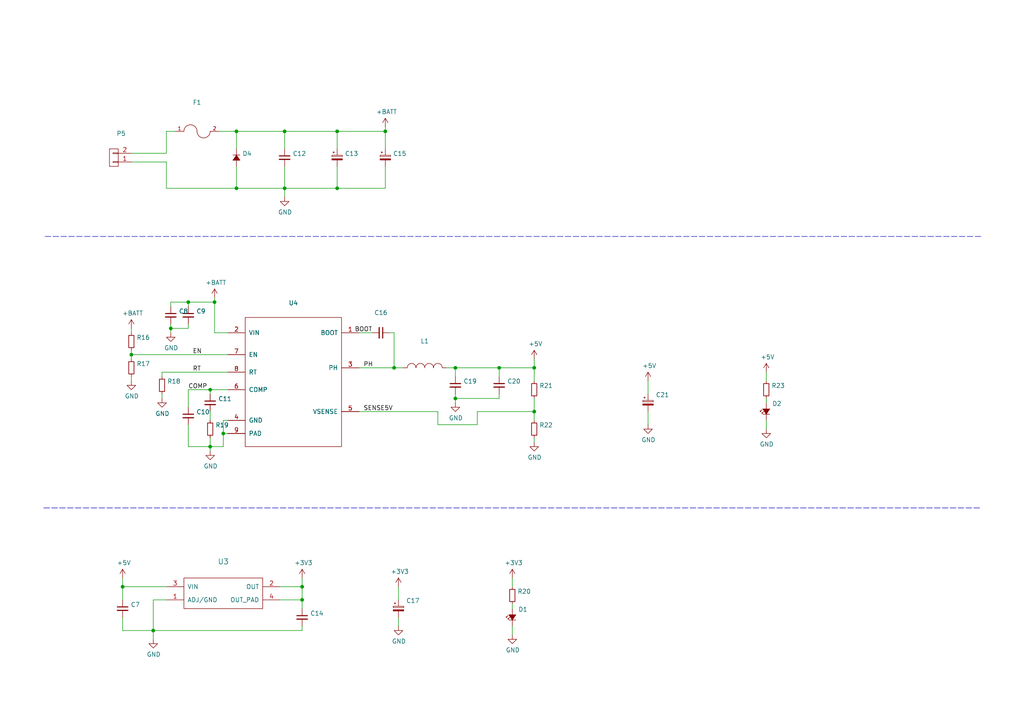
<source format=kicad_sch>
(kicad_sch (version 20211123) (generator eeschema)
  (paper "A4")
  (title_block (title "ECU") (date "2019-12-29") (rev "0.0.1") (company "wuehr1999"))
  (lib_symbols
    (symbol "L_power:74437346100" (pin_numbers hide) (pin_names (offset 0) hide)
      (property "Reference" "L" (at 0 2.54 0))
      (property "Value" "74437346100" (at 0 -1.27 0))
      (property "Footprint" "L_power:WE-LHMI70xx" (at -2.54 0 0))
      (symbol "74437346100_0_1"
        (arc (start -2.54 0) (mid -3.81 1.27) (end -5.08 0))
        (arc (start 0 0) (mid -1.27 1.27) (end -2.54 0))
        (arc (start 2.54 0) (mid 1.27 1.27) (end 0 0))
        (arc (start 5.08 0) (mid 3.81 1.27) (end 2.54 0))
      )
      (symbol "74437346100_1_1"
        (pin input line (at -6.35 0 0) (length 1.27) (name "1") (number "1"))
        (pin input line (at 6.35 0 180) (length 1.27) (name "2") (number "2"))
      )
    )
    (symbol "devices:CP_Small" (pin_numbers hide) (pin_names (offset 0.254) hide)
      (property "Reference" "C" (at 0.254 1.778 0))
      (property "Value" "CP_Small" (at 0.254 -2.032 0))
      (symbol "CP_Small_0_1"
        (rectangle (start -1.524 -0.3048) (end 1.524 -0.6858) (fill (type outline)))
        (rectangle (start -1.524 0.6858) (end 1.524 0.3048))
        (polyline (pts (xy -1.27 1.524) (xy -0.762 1.524)))
        (polyline (pts (xy -1.016 1.27) (xy -1.016 1.778)))
      )
      (symbol "CP_Small_1_1"
        (pin passive line (at 0 2.54 270) (length 1.8542) (name "~") (number "1"))
        (pin passive line (at 0 -2.54 90) (length 1.8542) (name "~") (number "2"))
      )
    )
    (symbol "devices:C_0603" (pin_numbers hide) (pin_names (offset 0.254) hide)
      (property "Reference" "C" (at 0.254 1.778 0))
      (property "Value" "C_0603" (at 0.254 -2.032 0))
      (symbol "C_0603_0_1"
        (polyline (pts (xy -1.524 -0.508) (xy 1.524 -0.508)) (stroke (width 0.3302)))
        (polyline (pts (xy -1.524 0.508) (xy 1.524 0.508)) (stroke (width 0.3048)))
      )
      (symbol "C_0603_1_1"
        (pin passive line (at 0 2.54 270) (length 1.905) (name "~") (number "1"))
        (pin passive line (at 0 -2.54 90) (length 2.032) (name "~") (number "2"))
      )
    )
    (symbol "devices:C_1206" (pin_numbers hide) (pin_names (offset 0.254) hide)
      (property "Reference" "C" (at 0.254 1.778 0))
      (property "Value" "C_1206" (at 0.254 -2.032 0))
      (symbol "C_1206_0_1"
        (polyline (pts (xy -1.524 -0.508) (xy 1.524 -0.508)) (stroke (width 0.3302)))
        (polyline (pts (xy -1.524 0.508) (xy 1.524 0.508)) (stroke (width 0.3048)))
      )
      (symbol "C_1206_1_1"
        (pin passive line (at 0 2.54 270) (length 1.905) (name "~") (number "1"))
        (pin passive line (at 0 -2.54 90) (length 2.032) (name "~") (number "2"))
      )
    )
    (symbol "devices:D_Small" (pin_numbers hide) (pin_names (offset 0.254) hide)
      (property "Reference" "D" (at -1.27 2.032 0))
      (property "Value" "D_Small" (at -3.81 -2.032 0))
      (symbol "D_Small_0_1"
        (polyline (pts (xy -0.762 -1.016) (xy -0.762 1.016)))
        (polyline (pts (xy 0.762 -1.016) (xy -0.762 0) (xy 0.762 1.016) (xy 0.762 -1.016)) (fill (type outline)))
      )
      (symbol "D_Small_1_1"
        (pin passive line (at -2.54 0 0) (length 1.778) (name "K") (number "1"))
        (pin passive line (at 2.54 0 180) (length 1.778) (name "A") (number "2"))
      )
    )
    (symbol "devices:FUSE" (pin_names (offset 0.254))
      (property "Reference" "F" (at 2.54 1.27 0))
      (property "Value" "FUSE" (at -2.54 -1.27 0))
      (symbol "FUSE_0_1"
        (arc (start 0 0) (mid -1.905 1.905) (end -3.81 0))
        (arc (start 0 0) (mid 1.905 -1.905) (end 3.81 0))
      )
      (symbol "FUSE_1_1"
        (pin input line (at -6.35 0 0) (length 2.54) (name "~") (number "1"))
        (pin input line (at 6.35 0 180) (length 2.54) (name "~") (number "2"))
      )
    )
    (symbol "devices:Led_Small" (pin_numbers hide) (pin_names (offset 0.254) hide)
      (property "Reference" "D" (at -1.27 3.175 0))
      (property "Value" "Led_Small" (at -4.445 -2.54 0))
      (symbol "Led_Small_0_1"
        (polyline (pts (xy -0.762 -1.016) (xy -0.762 1.016)))
        (polyline (pts (xy 0.762 -1.016) (xy -0.762 0) (xy 0.762 1.016) (xy 0.762 -1.016)) (fill (type outline)))
        (polyline (pts (xy 0 0.762) (xy -0.508 1.27) (xy -0.254 1.27) (xy -0.508 1.27) (xy -0.508 1.016)))
        (polyline (pts (xy 0.508 1.27) (xy 0 1.778) (xy 0.254 1.778) (xy 0 1.778) (xy 0 1.524)))
      )
      (symbol "Led_Small_1_1"
        (pin passive line (at -2.54 0 0) (length 1.778) (name "K") (number "1"))
        (pin passive line (at 2.54 0 180) (length 1.778) (name "A") (number "2"))
      )
    )
    (symbol "devices:R_0603" (pin_numbers hide) (pin_names (offset 0.254) hide)
      (property "Reference" "R" (at 0.762 0.508 0))
      (property "Value" "R_0603" (at 0.762 -1.016 0))
      (symbol "R_0603_0_1"
        (rectangle (start -0.762 1.778) (end 0.762 -1.778) (stroke (width 0.2032)))
      )
      (symbol "R_0603_1_1"
        (pin passive line (at 0 2.54 270) (length 0.762) (name "~") (number "1"))
        (pin passive line (at 0 -2.54 90) (length 0.762) (name "~") (number "2"))
      )
    )
    (symbol "mechanical-connectors:WR-TBL_691313710002" (pin_names (offset 1.016) hide)
      (property "Reference" "P" (at 0 3.81 0))
      (property "Value" "WR-TBL_691313710002" (at 2.54 0 90))
      (symbol "WR-TBL_691313710002_0_1"
        (rectangle (start -1.27 -1.143) (end 0.254 -1.397))
        (rectangle (start -1.27 1.397) (end 0.254 1.143))
        (rectangle (start -1.27 2.54) (end 1.27 -2.54))
      )
      (symbol "WR-TBL_691313710002_1_1"
        (pin passive line (at -5.08 1.27 0) (length 3.81) (name "P1") (number "1"))
        (pin passive line (at -5.08 -1.27 0) (length 3.81) (name "P2") (number "2"))
      )
    )
    (symbol "power-supply:+3V3" (power) (pin_names (offset 0))
      (property "Value" "+3V3" (at 0 3.556 0))
      (symbol "+3V3_0_1"
        (polyline (pts (xy -0.762 1.27) (xy 0 2.54)))
        (polyline (pts (xy 0 0) (xy 0 2.54)))
        (polyline (pts (xy 0 2.54) (xy 0.762 1.27)))
      )
      (symbol "+3V3_1_1"
        (pin power_in line (at 0 0 90) (length 0) hide (name "+3V3") (number "1"))
      )
    )
    (symbol "power-supply:+5V" (power) (pin_names (offset 0))
      (property "Value" "+5V" (at 0 3.556 0))
      (symbol "+5V_0_1"
        (polyline (pts (xy -0.762 1.27) (xy 0 2.54)))
        (polyline (pts (xy 0 0) (xy 0 2.54)))
        (polyline (pts (xy 0 2.54) (xy 0.762 1.27)))
      )
      (symbol "+5V_1_1"
        (pin power_in line (at 0 0 90) (length 0) hide (name "+5V") (number "1"))
      )
    )
    (symbol "power-supply:+BATT" (power) (pin_names (offset 0))
      (property "Value" "+BATT" (at 0 3.556 0))
      (symbol "+BATT_0_1"
        (polyline (pts (xy -0.762 1.27) (xy 0 2.54)))
        (polyline (pts (xy 0 0) (xy 0 2.54)))
        (polyline (pts (xy 0 2.54) (xy 0.762 1.27)))
      )
      (symbol "+BATT_1_1"
        (pin power_in line (at 0 0 90) (length 0) hide (name "+BATT") (number "1"))
      )
    )
    (symbol "power-supply:GND" (power) (pin_names (offset 0))
      (property "Value" "GND" (at 0 -3.81 0))
      (symbol "GND_0_1"
        (polyline (pts (xy 0 0) (xy 0 -1.27) (xy 1.27 -1.27) (xy 0 -2.54) (xy -1.27 -1.27) (xy 0 -1.27)))
      )
      (symbol "GND_1_1"
        (pin power_in line (at 0 0 270) (length 0) hide (name "GND") (number "1"))
      )
    )
    (symbol "voltage-regulators:LT1117" (pin_names (offset 1.016))
      (property "Reference" "U" (at -10.16 6.35 0))
      (property "Value" "LT1117" (at -7.62 -5.08 0))
      (symbol "LT1117_0_1"
        (rectangle (start -11.43 5.08) (end 11.43 -3.81))
      )
      (symbol "LT1117_1_1"
        (pin input line (at -16.51 -1.27 0) (length 5.08) (name "ADJ/GND") (number "1"))
        (pin input line (at 16.51 2.54 180) (length 5.08) (name "OUT") (number "2"))
        (pin input line (at -16.51 2.54 0) (length 5.08) (name "VIN") (number "3"))
        (pin input line (at 16.51 -1.27 180) (length 5.08) (name "OUT_PAD") (number "4"))
      )
    )
    (symbol "voltage-regulators:TPS54335A" (pin_names (offset 1.016))
      (property "Reference" "U" (at -12.7 18.415 0))
      (property "Value" "TPS54335A" (at -8.89 -22.225 0))
      (symbol "TPS54335A_0_1"
        (rectangle (start -13.97 17.145) (end 13.97 -20.32))
      )
      (symbol "TPS54335A_1_1"
        (pin input line (at 19.05 12.7 180) (length 5.08) (name "BOOT") (number "1"))
        (pin input line (at -19.05 12.7 0) (length 5.08) (name "VIN") (number "2"))
        (pin input line (at 19.05 2.54 180) (length 5.08) (name "PH") (number "3"))
        (pin input line (at -19.05 -12.7 0) (length 5.08) (name "GND") (number "4"))
        (pin input line (at 19.05 -10.16 180) (length 5.08) (name "VSENSE") (number "5"))
        (pin input line (at -19.05 -3.81 0) (length 5.08) (name "COMP") (number "6"))
        (pin input line (at -19.05 6.35 0) (length 5.08) (name "EN") (number "7"))
        (pin input line (at -19.05 1.27 0) (length 5.08) (name "RT") (number "8"))
        (pin input line (at -19.05 -16.51 0) (length 5.08) (name "PAD") (number "9"))
      )
    )
  )
  (junction (at 68.58 38.1))
  (junction (at 82.55 54.61))
  (junction (at 60.96 113.03))
  (junction (at 97.79 38.1))
  (junction (at 60.96 129.54))
  (junction (at 111.76 38.1))
  (junction (at 64.77 125.73))
  (junction (at 97.79 54.61))
  (junction (at 154.94 106.68))
  (junction (at 114.3 106.68))
  (junction (at 62.23 87.63))
  (junction (at 44.45 182.88))
  (junction (at 132.08 115.57))
  (junction (at 82.55 38.1))
  (junction (at 132.08 106.68))
  (junction (at 87.63 173.99))
  (junction (at 49.53 95.25))
  (junction (at 38.1 102.87))
  (junction (at 154.94 119.38))
  (junction (at 35.56 170.18))
  (junction (at 87.63 170.18))
  (junction (at 144.78 106.68))
  (junction (at 68.58 54.61))
  (junction (at 54.61 87.63))
  (wire (pts (xy 38.1 46.99) (xy 48.26 46.99)))
  (wire (pts (xy 111.76 38.1) (xy 111.76 43.18)))
  (wire (pts (xy 48.26 46.99) (xy 48.26 54.61)))
  (wire (pts (xy 44.45 173.99) (xy 44.45 182.88)))
  (wire (pts (xy 49.53 93.98) (xy 49.53 95.25)))
  (wire (pts (xy 87.63 176.53) (xy 87.63 173.99)))
  (wire (pts (xy 68.58 43.18) (xy 68.58 38.1)))
  (wire (pts (xy 87.63 182.88) (xy 87.63 181.61)))
  (wire (pts (xy 60.96 113.03) (xy 54.61 113.03)))
  (wire (pts (xy 113.03 96.52) (xy 114.3 96.52)))
  (wire (pts (xy 148.59 176.53) (xy 148.59 175.26)))
  (wire (pts (xy 127 119.38) (xy 127 123.19)))
  (wire (pts (xy 60.96 114.3) (xy 60.96 113.03)))
  (wire (pts (xy 46.99 107.95) (xy 46.99 109.22)))
  (wire (pts (xy 49.53 95.25) (xy 49.53 96.52)))
  (wire (pts (xy 97.79 43.18) (xy 97.79 38.1)))
  (wire (pts (xy 63.5 38.1) (xy 68.58 38.1)))
  (wire (pts (xy 68.58 54.61) (xy 82.55 54.61)))
  (wire (pts (xy 138.43 123.19) (xy 138.43 119.38)))
  (wire (pts (xy 111.76 54.61) (xy 111.76 48.26)))
  (wire (pts (xy 114.3 106.68) (xy 116.84 106.68)))
  (wire (pts (xy 66.04 125.73) (xy 64.77 125.73)))
  (wire (pts (xy 66.04 113.03) (xy 60.96 113.03)))
  (wire (pts (xy 62.23 87.63) (xy 62.23 86.36)))
  (wire (pts (xy 62.23 87.63) (xy 62.23 96.52)))
  (wire (pts (xy 68.58 48.26) (xy 68.58 54.61)))
  (wire (pts (xy 49.53 95.25) (xy 54.61 95.25)))
  (wire (pts (xy 222.25 116.84) (xy 222.25 115.57)))
  (wire (pts (xy 148.59 170.18) (xy 148.59 167.64)))
  (wire (pts (xy 60.96 129.54) (xy 60.96 130.81)))
  (wire (pts (xy 54.61 113.03) (xy 54.61 118.11)))
  (polyline (pts (xy 284.48 68.58) (xy 12.7 68.58)))
  (wire (pts (xy 97.79 54.61) (xy 111.76 54.61)))
  (wire (pts (xy 87.63 173.99) (xy 87.63 170.18)))
  (wire (pts (xy 187.96 119.38) (xy 187.96 123.19)))
  (wire (pts (xy 64.77 129.54) (xy 64.77 125.73)))
  (wire (pts (xy 48.26 173.99) (xy 44.45 173.99)))
  (wire (pts (xy 64.77 121.92) (xy 66.04 121.92)))
  (wire (pts (xy 82.55 48.26) (xy 82.55 54.61)))
  (wire (pts (xy 97.79 38.1) (xy 111.76 38.1)))
  (wire (pts (xy 35.56 182.88) (xy 44.45 182.88)))
  (wire (pts (xy 138.43 119.38) (xy 154.94 119.38)))
  (wire (pts (xy 222.25 110.49) (xy 222.25 107.95)))
  (wire (pts (xy 132.08 115.57) (xy 132.08 116.84)))
  (wire (pts (xy 104.14 96.52) (xy 107.95 96.52)))
  (wire (pts (xy 48.26 38.1) (xy 48.26 44.45)))
  (wire (pts (xy 44.45 182.88) (xy 87.63 182.88)))
  (wire (pts (xy 66.04 107.95) (xy 46.99 107.95)))
  (wire (pts (xy 132.08 109.22) (xy 132.08 106.68)))
  (wire (pts (xy 68.58 38.1) (xy 82.55 38.1)))
  (wire (pts (xy 48.26 44.45) (xy 38.1 44.45)))
  (wire (pts (xy 132.08 115.57) (xy 144.78 115.57)))
  (wire (pts (xy 38.1 102.87) (xy 38.1 104.14)))
  (wire (pts (xy 87.63 170.18) (xy 87.63 167.64)))
  (wire (pts (xy 50.8 38.1) (xy 48.26 38.1)))
  (wire (pts (xy 154.94 104.14) (xy 154.94 106.68)))
  (wire (pts (xy 82.55 57.15) (xy 82.55 54.61)))
  (wire (pts (xy 104.14 119.38) (xy 127 119.38)))
  (wire (pts (xy 97.79 48.26) (xy 97.79 54.61)))
  (wire (pts (xy 144.78 106.68) (xy 154.94 106.68)))
  (wire (pts (xy 82.55 54.61) (xy 97.79 54.61)))
  (wire (pts (xy 66.04 96.52) (xy 62.23 96.52)))
  (wire (pts (xy 48.26 54.61) (xy 68.58 54.61)))
  (wire (pts (xy 154.94 119.38) (xy 154.94 121.92)))
  (wire (pts (xy 187.96 110.49) (xy 187.96 114.3)))
  (wire (pts (xy 114.3 96.52) (xy 114.3 106.68)))
  (wire (pts (xy 144.78 115.57) (xy 144.78 114.3)))
  (wire (pts (xy 38.1 95.25) (xy 38.1 96.52)))
  (wire (pts (xy 111.76 38.1) (xy 111.76 36.83)))
  (wire (pts (xy 104.14 106.68) (xy 114.3 106.68)))
  (wire (pts (xy 115.57 179.07) (xy 115.57 181.61)))
  (wire (pts (xy 46.99 115.57) (xy 46.99 114.3)))
  (wire (pts (xy 54.61 88.9) (xy 54.61 87.63)))
  (wire (pts (xy 38.1 109.22) (xy 38.1 110.49)))
  (wire (pts (xy 81.28 173.99) (xy 87.63 173.99)))
  (wire (pts (xy 82.55 43.18) (xy 82.55 38.1)))
  (wire (pts (xy 60.96 127) (xy 60.96 129.54)))
  (wire (pts (xy 66.04 102.87) (xy 38.1 102.87)))
  (wire (pts (xy 54.61 95.25) (xy 54.61 93.98)))
  (wire (pts (xy 132.08 114.3) (xy 132.08 115.57)))
  (wire (pts (xy 35.56 167.64) (xy 35.56 170.18)))
  (wire (pts (xy 82.55 38.1) (xy 97.79 38.1)))
  (wire (pts (xy 222.25 121.92) (xy 222.25 124.46)))
  (wire (pts (xy 54.61 129.54) (xy 60.96 129.54)))
  (wire (pts (xy 154.94 127) (xy 154.94 128.27)))
  (wire (pts (xy 54.61 87.63) (xy 62.23 87.63)))
  (wire (pts (xy 81.28 170.18) (xy 87.63 170.18)))
  (wire (pts (xy 115.57 173.99) (xy 115.57 170.18)))
  (wire (pts (xy 49.53 87.63) (xy 54.61 87.63)))
  (wire (pts (xy 148.59 181.61) (xy 148.59 184.15)))
  (wire (pts (xy 48.26 170.18) (xy 35.56 170.18)))
  (wire (pts (xy 64.77 125.73) (xy 64.77 121.92)))
  (wire (pts (xy 44.45 182.88) (xy 44.45 185.42)))
  (wire (pts (xy 154.94 106.68) (xy 154.94 110.49)))
  (wire (pts (xy 60.96 129.54) (xy 64.77 129.54)))
  (wire (pts (xy 38.1 102.87) (xy 38.1 101.6)))
  (wire (pts (xy 127 123.19) (xy 138.43 123.19)))
  (polyline (pts (xy 12.7 147.32) (xy 284.48 147.32)))
  (wire (pts (xy 54.61 123.19) (xy 54.61 129.54)))
  (wire (pts (xy 49.53 88.9) (xy 49.53 87.63)))
  (wire (pts (xy 35.56 170.18) (xy 35.56 173.99)))
  (wire (pts (xy 144.78 109.22) (xy 144.78 106.68)))
  (wire (pts (xy 35.56 179.07) (xy 35.56 182.88)))
  (wire (pts (xy 60.96 119.38) (xy 60.96 121.92)))
  (wire (pts (xy 132.08 106.68) (xy 144.78 106.68)))
  (wire (pts (xy 154.94 115.57) (xy 154.94 119.38)))
  (wire (pts (xy 129.54 106.68) (xy 132.08 106.68)))
  (label "COMP" (at 54.61 113.03 0))
  (label "BOOT" (at 102.87 96.52 0))
  (label "EN" (at 55.88 102.87 0))
  (label "PH" (at 105.41 106.68 0))
  (label "RT" (at 55.88 107.95 0))
  (label "SENSE5V" (at 105.41 119.38 0))
  (symbol (lib_id "mechanical-connectors:WR-TBL_691313710002") (at 33.02 45.72 180) (unit 1)
    (property "Reference" "P5" (at 35.1282 38.735 0))
  )
  (symbol (lib_id "devices:FUSE") (at 57.15 38.1 0) (unit 1)
    (property "Reference" "F1" (at 57.15 29.718 0))
  )
  (symbol (lib_id "devices:C_0603") (at 82.55 45.72 0) (unit 1)
    (property "Reference" "C12" (at 84.8868 44.5516 0) (effects (justify left)))
  )
  (symbol (lib_id "power-supply:+BATT") (at 111.76 36.83 0) (unit 1)
    (property "Reference" "#PWR0128" (effects hide))
  )
  (symbol (lib_id "voltage-regulators:TPS54335A") (at 85.09 109.22 0) (unit 1)
    (property "Reference" "U4" (at 85.09 87.884 0))
  )
  (symbol (lib_id "devices:C_1206") (at 54.61 91.44 0) (unit 1)
    (property "Reference" "C9" (at 56.9468 90.2716 0) (effects (justify left)))
  )
  (symbol (lib_id "devices:C_1206") (at 49.53 91.44 0) (unit 1)
    (property "Reference" "C8" (at 51.8668 90.2716 0) (effects (justify left)))
  )
  (symbol (lib_id "power-supply:GND") (at 49.53 96.52 0) (unit 1)
    (property "Reference" "#PWR0129" (effects hide))
  )
  (symbol (lib_id "power-supply:+BATT") (at 62.23 86.36 0) (unit 1)
    (property "Reference" "#PWR0130" (effects hide))
  )
  (symbol (lib_id "devices:R_0603") (at 38.1 99.06 0) (unit 1)
    (property "Reference" "R16" (at 39.5986 97.8916 0) (effects (justify left)))
  )
  (symbol (lib_id "devices:R_0603") (at 38.1 106.68 0) (unit 1)
    (property "Reference" "R17" (at 39.5986 105.5116 0) (effects (justify left)))
  )
  (symbol (lib_id "power-supply:+BATT") (at 38.1 95.25 0) (unit 1)
    (property "Reference" "#PWR0131" (effects hide))
  )
  (symbol (lib_id "power-supply:GND") (at 38.1 110.49 0) (unit 1)
    (property "Reference" "#PWR0132" (effects hide))
  )
  (symbol (lib_id "devices:R_0603") (at 46.99 111.76 0) (unit 1)
    (property "Reference" "R18" (at 48.4886 110.5916 0) (effects (justify left)))
  )
  (symbol (lib_id "power-supply:GND") (at 46.99 115.57 0) (unit 1)
    (property "Reference" "#PWR0133" (effects hide))
  )
  (symbol (lib_id "devices:C_0603") (at 60.96 116.84 0) (unit 1)
    (property "Reference" "C11" (at 63.2968 115.6716 0) (effects (justify left)))
  )
  (symbol (lib_id "devices:C_0603") (at 54.61 120.65 0) (unit 1)
    (property "Reference" "C10" (at 56.9468 119.4816 0) (effects (justify left)))
  )
  (symbol (lib_id "devices:R_0603") (at 60.96 124.46 0) (unit 1)
    (property "Reference" "R19" (at 62.4586 123.2916 0) (effects (justify left)))
  )
  (symbol (lib_id "power-supply:GND") (at 60.96 130.81 0) (unit 1)
    (property "Reference" "#PWR0134" (effects hide))
  )
  (symbol (lib_id "devices:C_0603") (at 110.49 96.52 270) (unit 1)
    (property "Reference" "C16" (at 110.49 90.7034 90))
  )
  (symbol (lib_id "devices:C_1206") (at 132.08 111.76 0) (unit 1)
    (property "Reference" "C19" (at 134.4168 110.5916 0) (effects (justify left)))
  )
  (symbol (lib_id "devices:C_1206") (at 144.78 111.76 0) (unit 1)
    (property "Reference" "C20" (at 147.1168 110.5916 0) (effects (justify left)))
  )
  (symbol (lib_id "L_power:74437346100") (at 123.19 106.68 0) (unit 1)
    (property "Reference" "L1" (at 123.19 98.933 0))
  )
  (symbol (lib_id "power-supply:GND") (at 132.08 116.84 0) (unit 1)
    (property "Reference" "#PWR0135" (effects hide))
  )
  (symbol (lib_id "power-supply:+5V") (at 154.94 104.14 0) (unit 1)
    (property "Reference" "#PWR0136" (effects hide))
  )
  (symbol (lib_id "devices:R_0603") (at 154.94 113.03 0) (unit 1)
    (property "Reference" "R21" (at 156.4386 111.8616 0) (effects (justify left)))
  )
  (symbol (lib_id "devices:R_0603") (at 154.94 124.46 0) (unit 1)
    (property "Reference" "R22" (at 156.4386 123.2916 0) (effects (justify left)))
  )
  (symbol (lib_id "power-supply:GND") (at 154.94 128.27 0) (unit 1)
    (property "Reference" "#PWR0137" (effects hide))
  )
  (symbol (lib_id "voltage-regulators:LT1117") (at 64.77 172.72 0) (unit 1)
    (property "Reference" "U3" (at 64.77 162.8902 0) (effects (font (size 1.524 1.524))))
  )
  (symbol (lib_id "devices:C_1206") (at 35.56 176.53 0) (unit 1)
    (property "Reference" "C7" (at 37.8968 175.3616 0) (effects (justify left)))
  )
  (symbol (lib_id "devices:C_1206") (at 87.63 179.07 0) (unit 1)
    (property "Reference" "C14" (at 89.9668 177.9016 0) (effects (justify left)))
  )
  (symbol (lib_id "power-supply:+5V") (at 35.56 167.64 0) (unit 1)
    (property "Reference" "#PWR0138" (effects hide))
  )
  (symbol (lib_id "power-supply:GND") (at 44.45 185.42 0) (unit 1)
    (property "Reference" "#PWR0139" (effects hide))
  )
  (symbol (lib_id "power-supply:+3V3") (at 87.63 167.64 0) (unit 1)
    (property "Reference" "#PWR0140" (effects hide))
  )
  (symbol (lib_id "power-supply:GND") (at 82.55 57.15 0) (unit 1)
    (property "Reference" "#PWR0141" (effects hide))
  )
  (symbol (lib_id "devices:CP_Small") (at 97.79 45.72 0) (unit 1)
    (property "Reference" "C13" (at 100.0252 44.5516 0) (effects (justify left)))
  )
  (symbol (lib_id "devices:CP_Small") (at 111.76 45.72 0) (unit 1)
    (property "Reference" "C15" (at 113.9952 44.5516 0) (effects (justify left)))
  )
  (symbol (lib_id "devices:CP_Small") (at 187.96 116.84 0) (unit 1)
    (property "Reference" "C21" (at 190.1952 114.5286 0) (effects (justify left)))
  )
  (symbol (lib_id "devices:CP_Small") (at 115.57 176.53 0) (unit 1)
    (property "Reference" "C17" (at 117.8052 174.2186 0) (effects (justify left)))
  )
  (symbol (lib_id "power-supply:+5V") (at 187.96 110.49 0) (unit 1)
    (property "Reference" "#PWR0143" (effects hide))
  )
  (symbol (lib_id "power-supply:+3V3") (at 115.57 170.18 0) (unit 1)
    (property "Reference" "#PWR0144" (effects hide))
  )
  (symbol (lib_id "power-supply:GND") (at 115.57 181.61 0) (unit 1)
    (property "Reference" "#PWR0145" (effects hide))
  )
  (symbol (lib_id "power-supply:GND") (at 187.96 123.19 0) (unit 1)
    (property "Reference" "#PWR0146" (effects hide))
  )
  (symbol (lib_id "devices:D_Small") (at 68.58 45.72 270) (unit 1)
    (property "Reference" "D4" (at 70.3072 44.5516 90) (effects (justify left)))
  )
  (symbol (lib_id "devices:Led_Small") (at 222.25 119.38 90) (unit 1)
    (property "Reference" "D2" (at 223.9772 117.0686 90) (effects (justify right)))
  )
  (symbol (lib_id "devices:R_0603") (at 222.25 113.03 0) (unit 1)
    (property "Reference" "R23" (at 223.7486 111.8616 0) (effects (justify left)))
  )
  (symbol (lib_id "power-supply:GND") (at 222.25 124.46 0) (unit 1)
    (property "Reference" "#PWR0148" (effects hide))
  )
  (symbol (lib_id "power-supply:+5V") (at 222.25 107.95 0) (unit 1)
    (property "Reference" "#PWR0149" (effects hide))
  )
  (symbol (lib_id "devices:Led_Small") (at 148.59 179.07 90) (unit 1)
    (property "Reference" "D1" (at 150.3172 176.7586 90) (effects (justify right)))
  )
  (symbol (lib_id "devices:R_0603") (at 148.59 172.72 0) (unit 1)
    (property "Reference" "R20" (at 150.0886 171.5516 0) (effects (justify left)))
  )
  (symbol (lib_id "power-supply:GND") (at 148.59 184.15 0) (unit 1)
    (property "Reference" "#PWR0150" (effects hide))
  )
  (symbol (lib_id "power-supply:+3V3") (at 148.59 167.64 0) (unit 1)
    (property "Reference" "#PWR0151" (effects hide))
  )
)
</source>
